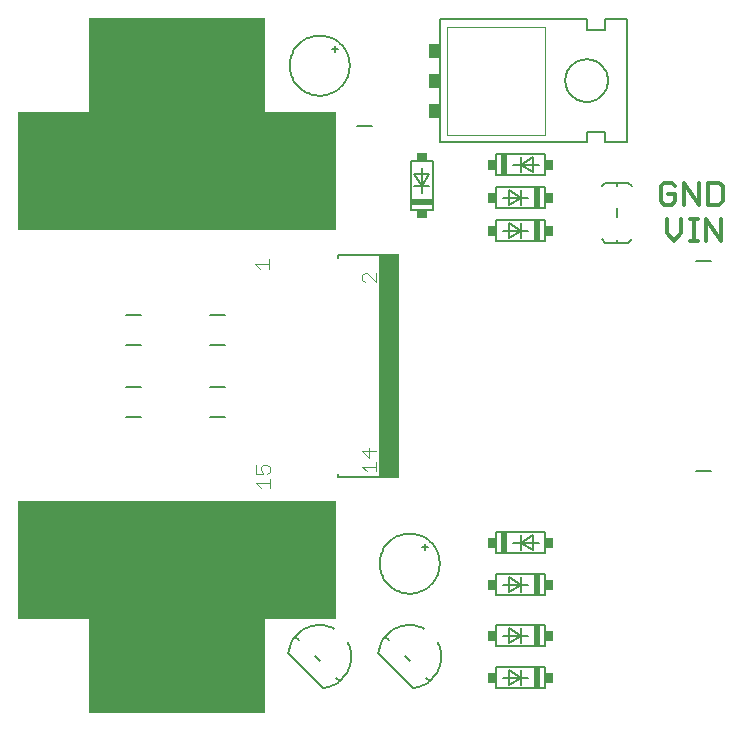
<source format=gto>
G75*
G70*
%OFA0B0*%
%FSLAX24Y24*%
%IPPOS*%
%LPD*%
%AMOC8*
5,1,8,0,0,1.08239X$1,22.5*
%
%ADD10C,0.0130*%
%ADD11R,0.5906X0.7087*%
%ADD12R,1.0630X0.3937*%
%ADD13C,0.0050*%
%ADD14C,0.0060*%
%ADD15C,0.0020*%
%ADD16R,0.0350X0.0500*%
%ADD17C,0.0080*%
%ADD18C,0.0040*%
%ADD19R,0.0659X0.7461*%
%ADD20R,0.0200X0.0736*%
%ADD21R,0.0250X0.0335*%
%ADD22R,0.0736X0.0200*%
%ADD23R,0.0335X0.0250*%
D10*
X027698Y021309D02*
X027942Y021065D01*
X028185Y021309D01*
X028185Y021796D01*
X028490Y021796D02*
X028734Y021796D01*
X028612Y021796D02*
X028612Y021065D01*
X028490Y021065D02*
X028734Y021065D01*
X029018Y021065D02*
X029018Y021796D01*
X029505Y021065D01*
X029505Y021796D01*
X029447Y022265D02*
X029082Y022265D01*
X029082Y022996D01*
X029447Y022996D01*
X029569Y022874D01*
X029569Y022387D01*
X029447Y022265D01*
X028777Y022265D02*
X028777Y022996D01*
X028290Y022996D02*
X028777Y022265D01*
X028290Y022265D02*
X028290Y022996D01*
X027985Y022874D02*
X027864Y022996D01*
X027620Y022996D01*
X027498Y022874D01*
X027498Y022387D01*
X027620Y022265D01*
X027864Y022265D01*
X027985Y022387D01*
X027985Y022630D01*
X027742Y022630D01*
X027698Y021796D02*
X027698Y021309D01*
D11*
X011381Y008843D03*
X011386Y024957D03*
D12*
X011386Y023382D03*
X011381Y010418D03*
D13*
X015324Y007868D02*
X015435Y007757D01*
X015091Y007323D02*
X016257Y006157D01*
X016690Y006502D02*
X016802Y006390D01*
X016142Y007050D02*
X015983Y007209D01*
X015090Y007324D02*
X015099Y007383D01*
X015111Y007442D01*
X015127Y007500D01*
X015145Y007557D01*
X015168Y007613D01*
X015193Y007667D01*
X015221Y007720D01*
X015252Y007772D01*
X015286Y007821D01*
X015323Y007868D01*
X015364Y007915D01*
X015408Y007960D01*
X015455Y008001D01*
X015503Y008040D01*
X015554Y008076D01*
X015607Y008109D01*
X015662Y008139D01*
X015719Y008165D01*
X015777Y008188D01*
X015836Y008207D01*
X015897Y008223D01*
X015958Y008235D01*
X016020Y008244D01*
X016082Y008249D01*
X016144Y008250D01*
X016207Y008247D01*
X016269Y008241D01*
X016330Y008231D01*
X016391Y008218D01*
X016451Y008201D01*
X016510Y008180D01*
X016568Y008156D01*
X016624Y008128D01*
X017061Y007691D02*
X017089Y007633D01*
X017114Y007575D01*
X017135Y007515D01*
X017152Y007453D01*
X017165Y007391D01*
X017175Y007328D01*
X017181Y007265D01*
X017183Y007201D01*
X017181Y007138D01*
X017175Y007074D01*
X017166Y007012D01*
X017153Y006949D01*
X017136Y006888D01*
X017115Y006828D01*
X017091Y006769D01*
X017063Y006712D01*
X017031Y006657D01*
X016997Y006603D01*
X016959Y006552D01*
X016918Y006503D01*
X016875Y006457D01*
X016828Y006413D01*
X016779Y006373D01*
X016728Y006335D01*
X016675Y006301D01*
X016619Y006269D01*
X016562Y006242D01*
X016503Y006217D01*
X016443Y006197D01*
X016382Y006180D01*
X016319Y006167D01*
X016256Y006157D01*
X018091Y007323D02*
X019257Y006157D01*
X019690Y006502D02*
X019802Y006390D01*
X019142Y007050D02*
X018983Y007209D01*
X018090Y007324D02*
X018099Y007383D01*
X018111Y007442D01*
X018127Y007500D01*
X018145Y007557D01*
X018168Y007613D01*
X018193Y007667D01*
X018221Y007720D01*
X018252Y007772D01*
X018286Y007821D01*
X018323Y007868D01*
X018324Y007868D02*
X018435Y007757D01*
X018323Y007868D02*
X018364Y007915D01*
X018408Y007960D01*
X018455Y008001D01*
X018503Y008040D01*
X018554Y008076D01*
X018607Y008109D01*
X018662Y008139D01*
X018719Y008165D01*
X018777Y008188D01*
X018836Y008207D01*
X018897Y008223D01*
X018958Y008235D01*
X019020Y008244D01*
X019082Y008249D01*
X019144Y008250D01*
X019207Y008247D01*
X019269Y008241D01*
X019330Y008231D01*
X019391Y008218D01*
X019451Y008201D01*
X019510Y008180D01*
X019568Y008156D01*
X019624Y008128D01*
X020061Y007691D02*
X020089Y007633D01*
X020114Y007575D01*
X020135Y007515D01*
X020152Y007453D01*
X020165Y007391D01*
X020175Y007328D01*
X020181Y007265D01*
X020183Y007201D01*
X020181Y007138D01*
X020175Y007074D01*
X020166Y007012D01*
X020153Y006949D01*
X020136Y006888D01*
X020115Y006828D01*
X020091Y006769D01*
X020063Y006712D01*
X020031Y006657D01*
X019997Y006603D01*
X019959Y006552D01*
X019918Y006503D01*
X019875Y006457D01*
X019828Y006413D01*
X019779Y006373D01*
X019728Y006335D01*
X019675Y006301D01*
X019619Y006269D01*
X019562Y006242D01*
X019503Y006217D01*
X019443Y006197D01*
X019382Y006180D01*
X019319Y006167D01*
X019256Y006157D01*
D14*
X022014Y006138D02*
X023653Y006138D01*
X023653Y006862D01*
X022014Y006862D01*
X022014Y006138D01*
X022233Y006500D02*
X022833Y006500D01*
X022833Y006750D01*
X022833Y006500D02*
X022833Y006250D01*
X022833Y006500D02*
X022433Y006250D01*
X022433Y006750D01*
X022833Y006500D01*
X023083Y006500D01*
X023653Y007538D02*
X022014Y007538D01*
X022014Y008262D01*
X023653Y008262D01*
X023653Y007538D01*
X023083Y007900D02*
X022833Y007900D01*
X022833Y008150D01*
X022833Y007900D02*
X022233Y007900D01*
X022433Y007650D02*
X022833Y007900D01*
X022833Y007650D01*
X022833Y007900D02*
X022433Y008150D01*
X022433Y007650D01*
X022014Y009238D02*
X023653Y009238D01*
X023653Y009962D01*
X022014Y009962D01*
X022014Y009238D01*
X022433Y009350D02*
X022833Y009600D01*
X022833Y009850D01*
X022833Y009600D02*
X022833Y009350D01*
X022833Y009600D02*
X022233Y009600D01*
X022433Y009850D02*
X022833Y009600D01*
X023083Y009600D01*
X022433Y009350D02*
X022433Y009850D01*
X022014Y010638D02*
X022014Y011362D01*
X023653Y011362D01*
X023653Y010638D01*
X022014Y010638D01*
X022583Y011000D02*
X022833Y011000D01*
X022833Y010750D01*
X022833Y011000D02*
X022833Y011250D01*
X022833Y011000D02*
X023233Y011250D01*
X023233Y010750D01*
X022833Y011000D01*
X023433Y011000D01*
X019733Y010850D02*
X019633Y010850D01*
X019633Y010750D01*
X019633Y010850D02*
X019533Y010850D01*
X019633Y010850D02*
X019633Y010950D01*
X018133Y010300D02*
X018135Y010363D01*
X018141Y010425D01*
X018151Y010487D01*
X018164Y010549D01*
X018182Y010609D01*
X018203Y010668D01*
X018228Y010726D01*
X018257Y010782D01*
X018289Y010836D01*
X018324Y010888D01*
X018362Y010937D01*
X018404Y010985D01*
X018448Y011029D01*
X018496Y011071D01*
X018545Y011109D01*
X018597Y011144D01*
X018651Y011176D01*
X018707Y011205D01*
X018765Y011230D01*
X018824Y011251D01*
X018884Y011269D01*
X018946Y011282D01*
X019008Y011292D01*
X019070Y011298D01*
X019133Y011300D01*
X019196Y011298D01*
X019258Y011292D01*
X019320Y011282D01*
X019382Y011269D01*
X019442Y011251D01*
X019501Y011230D01*
X019559Y011205D01*
X019615Y011176D01*
X019669Y011144D01*
X019721Y011109D01*
X019770Y011071D01*
X019818Y011029D01*
X019862Y010985D01*
X019904Y010937D01*
X019942Y010888D01*
X019977Y010836D01*
X020009Y010782D01*
X020038Y010726D01*
X020063Y010668D01*
X020084Y010609D01*
X020102Y010549D01*
X020115Y010487D01*
X020125Y010425D01*
X020131Y010363D01*
X020133Y010300D01*
X020131Y010237D01*
X020125Y010175D01*
X020115Y010113D01*
X020102Y010051D01*
X020084Y009991D01*
X020063Y009932D01*
X020038Y009874D01*
X020009Y009818D01*
X019977Y009764D01*
X019942Y009712D01*
X019904Y009663D01*
X019862Y009615D01*
X019818Y009571D01*
X019770Y009529D01*
X019721Y009491D01*
X019669Y009456D01*
X019615Y009424D01*
X019559Y009395D01*
X019501Y009370D01*
X019442Y009349D01*
X019382Y009331D01*
X019320Y009318D01*
X019258Y009308D01*
X019196Y009302D01*
X019133Y009300D01*
X019070Y009302D01*
X019008Y009308D01*
X018946Y009318D01*
X018884Y009331D01*
X018824Y009349D01*
X018765Y009370D01*
X018707Y009395D01*
X018651Y009424D01*
X018597Y009456D01*
X018545Y009491D01*
X018496Y009529D01*
X018448Y009571D01*
X018404Y009615D01*
X018362Y009663D01*
X018324Y009712D01*
X018289Y009764D01*
X018257Y009818D01*
X018228Y009874D01*
X018203Y009932D01*
X018182Y009991D01*
X018164Y010051D01*
X018151Y010113D01*
X018141Y010175D01*
X018135Y010237D01*
X018133Y010300D01*
X018133Y013200D02*
X016733Y013200D01*
X016733Y013300D01*
X016733Y020500D02*
X016733Y020600D01*
X018133Y020600D01*
X019171Y022080D02*
X019896Y022080D01*
X019896Y023720D01*
X019171Y023720D01*
X019171Y022080D01*
X019533Y022650D02*
X019533Y022900D01*
X019783Y022900D01*
X019533Y022900D02*
X019283Y022900D01*
X019533Y022900D02*
X019283Y023300D01*
X019783Y023300D01*
X019533Y022900D01*
X019533Y023500D01*
X020133Y024350D02*
X025033Y024350D01*
X025033Y024700D01*
X025633Y024700D01*
X025633Y024350D01*
X026383Y024350D01*
X026383Y028450D01*
X025633Y028450D01*
X025633Y028100D01*
X025033Y028100D01*
X025033Y028450D01*
X020133Y028450D01*
X020133Y024350D01*
X022014Y023962D02*
X022014Y023238D01*
X023653Y023238D01*
X023653Y023962D01*
X022014Y023962D01*
X022583Y023600D02*
X022833Y023600D01*
X022833Y023350D01*
X022833Y023600D02*
X022833Y023850D01*
X022833Y023600D02*
X023233Y023850D01*
X023233Y023350D01*
X022833Y023600D01*
X023433Y023600D01*
X023653Y022862D02*
X023653Y022138D01*
X022014Y022138D01*
X022014Y022862D01*
X023653Y022862D01*
X023083Y022500D02*
X022833Y022500D01*
X022833Y022750D01*
X022833Y022500D02*
X022233Y022500D01*
X022433Y022250D02*
X022833Y022500D01*
X022833Y022250D01*
X022833Y022500D02*
X022433Y022750D01*
X022433Y022250D01*
X022014Y021762D02*
X022014Y021038D01*
X023653Y021038D01*
X023653Y021762D01*
X022014Y021762D01*
X022433Y021650D02*
X022833Y021400D01*
X022833Y021650D01*
X022833Y021400D02*
X022233Y021400D01*
X022433Y021150D02*
X022833Y021400D01*
X022833Y021150D01*
X022833Y021400D02*
X023083Y021400D01*
X022433Y021150D02*
X022433Y021650D01*
X024323Y026400D02*
X024325Y026453D01*
X024331Y026506D01*
X024341Y026558D01*
X024355Y026609D01*
X024372Y026659D01*
X024393Y026708D01*
X024418Y026755D01*
X024446Y026800D01*
X024478Y026843D01*
X024513Y026883D01*
X024550Y026920D01*
X024590Y026955D01*
X024633Y026987D01*
X024678Y027015D01*
X024725Y027040D01*
X024774Y027061D01*
X024824Y027078D01*
X024875Y027092D01*
X024927Y027102D01*
X024980Y027108D01*
X025033Y027110D01*
X025086Y027108D01*
X025139Y027102D01*
X025191Y027092D01*
X025242Y027078D01*
X025292Y027061D01*
X025341Y027040D01*
X025388Y027015D01*
X025433Y026987D01*
X025476Y026955D01*
X025516Y026920D01*
X025553Y026883D01*
X025588Y026843D01*
X025620Y026800D01*
X025648Y026755D01*
X025673Y026708D01*
X025694Y026659D01*
X025711Y026609D01*
X025725Y026558D01*
X025735Y026506D01*
X025741Y026453D01*
X025743Y026400D01*
X025741Y026347D01*
X025735Y026294D01*
X025725Y026242D01*
X025711Y026191D01*
X025694Y026141D01*
X025673Y026092D01*
X025648Y026045D01*
X025620Y026000D01*
X025588Y025957D01*
X025553Y025917D01*
X025516Y025880D01*
X025476Y025845D01*
X025433Y025813D01*
X025388Y025785D01*
X025341Y025760D01*
X025292Y025739D01*
X025242Y025722D01*
X025191Y025708D01*
X025139Y025698D01*
X025086Y025692D01*
X025033Y025690D01*
X024980Y025692D01*
X024927Y025698D01*
X024875Y025708D01*
X024824Y025722D01*
X024774Y025739D01*
X024725Y025760D01*
X024678Y025785D01*
X024633Y025813D01*
X024590Y025845D01*
X024550Y025880D01*
X024513Y025917D01*
X024478Y025957D01*
X024446Y026000D01*
X024418Y026045D01*
X024393Y026092D01*
X024372Y026141D01*
X024355Y026191D01*
X024341Y026242D01*
X024331Y026294D01*
X024325Y026347D01*
X024323Y026400D01*
X016733Y027450D02*
X016633Y027450D01*
X016633Y027350D01*
X016633Y027450D02*
X016533Y027450D01*
X016633Y027450D02*
X016633Y027550D01*
X015133Y026900D02*
X015135Y026963D01*
X015141Y027025D01*
X015151Y027087D01*
X015164Y027149D01*
X015182Y027209D01*
X015203Y027268D01*
X015228Y027326D01*
X015257Y027382D01*
X015289Y027436D01*
X015324Y027488D01*
X015362Y027537D01*
X015404Y027585D01*
X015448Y027629D01*
X015496Y027671D01*
X015545Y027709D01*
X015597Y027744D01*
X015651Y027776D01*
X015707Y027805D01*
X015765Y027830D01*
X015824Y027851D01*
X015884Y027869D01*
X015946Y027882D01*
X016008Y027892D01*
X016070Y027898D01*
X016133Y027900D01*
X016196Y027898D01*
X016258Y027892D01*
X016320Y027882D01*
X016382Y027869D01*
X016442Y027851D01*
X016501Y027830D01*
X016559Y027805D01*
X016615Y027776D01*
X016669Y027744D01*
X016721Y027709D01*
X016770Y027671D01*
X016818Y027629D01*
X016862Y027585D01*
X016904Y027537D01*
X016942Y027488D01*
X016977Y027436D01*
X017009Y027382D01*
X017038Y027326D01*
X017063Y027268D01*
X017084Y027209D01*
X017102Y027149D01*
X017115Y027087D01*
X017125Y027025D01*
X017131Y026963D01*
X017133Y026900D01*
X017131Y026837D01*
X017125Y026775D01*
X017115Y026713D01*
X017102Y026651D01*
X017084Y026591D01*
X017063Y026532D01*
X017038Y026474D01*
X017009Y026418D01*
X016977Y026364D01*
X016942Y026312D01*
X016904Y026263D01*
X016862Y026215D01*
X016818Y026171D01*
X016770Y026129D01*
X016721Y026091D01*
X016669Y026056D01*
X016615Y026024D01*
X016559Y025995D01*
X016501Y025970D01*
X016442Y025949D01*
X016382Y025931D01*
X016320Y025918D01*
X016258Y025908D01*
X016196Y025902D01*
X016133Y025900D01*
X016070Y025902D01*
X016008Y025908D01*
X015946Y025918D01*
X015884Y025931D01*
X015824Y025949D01*
X015765Y025970D01*
X015707Y025995D01*
X015651Y026024D01*
X015597Y026056D01*
X015545Y026091D01*
X015496Y026129D01*
X015448Y026171D01*
X015404Y026215D01*
X015362Y026263D01*
X015324Y026312D01*
X015289Y026364D01*
X015257Y026418D01*
X015228Y026474D01*
X015203Y026532D01*
X015182Y026591D01*
X015164Y026651D01*
X015151Y026713D01*
X015141Y026775D01*
X015135Y026837D01*
X015133Y026900D01*
D15*
X020383Y028200D02*
X020383Y024600D01*
X023633Y024600D01*
X023633Y028200D01*
X020383Y028200D01*
D16*
X019958Y027400D03*
X019958Y026400D03*
X019958Y025400D03*
D17*
X017883Y024900D02*
X017383Y024900D01*
X012983Y018600D02*
X012483Y018600D01*
X012483Y017600D02*
X012983Y017600D01*
X012983Y016200D02*
X012483Y016200D01*
X012483Y015200D02*
X012983Y015200D01*
X010183Y015200D02*
X009683Y015200D01*
X009683Y016200D02*
X010183Y016200D01*
X010183Y017600D02*
X009683Y017600D01*
X009683Y018600D02*
X010183Y018600D01*
X025533Y021110D02*
X025643Y021000D01*
X026033Y021000D01*
X026423Y021000D01*
X026533Y021110D01*
X026033Y021100D02*
X026033Y021000D01*
X026033Y021850D02*
X026033Y022150D01*
X026033Y022900D02*
X026033Y023000D01*
X025643Y023000D01*
X025533Y022890D01*
X026033Y023000D02*
X026423Y023000D01*
X026533Y022890D01*
X028683Y020400D02*
X029183Y020400D01*
X029183Y013400D02*
X028683Y013400D01*
D18*
X018013Y013374D02*
X018013Y013681D01*
X018013Y013527D02*
X017553Y013527D01*
X017706Y013374D01*
X017783Y013834D02*
X017783Y014141D01*
X017553Y014064D02*
X017783Y013834D01*
X018013Y014064D02*
X017553Y014064D01*
X014466Y013518D02*
X014466Y013364D01*
X014390Y013287D01*
X014236Y013287D02*
X014160Y013441D01*
X014160Y013518D01*
X014236Y013594D01*
X014390Y013594D01*
X014466Y013518D01*
X014236Y013287D02*
X014006Y013287D01*
X014006Y013594D01*
X014466Y013134D02*
X014466Y012827D01*
X014466Y012980D02*
X014006Y012980D01*
X014160Y012827D01*
X017630Y019679D02*
X017553Y019755D01*
X017553Y019909D01*
X017630Y019986D01*
X017706Y019986D01*
X018013Y019679D01*
X018013Y019986D01*
X014443Y020132D02*
X014443Y020439D01*
X014443Y020285D02*
X013983Y020285D01*
X014136Y020132D01*
D19*
X018432Y016900D03*
D20*
X023383Y021406D03*
X023383Y022506D03*
X022283Y023594D03*
X022283Y010994D03*
X023383Y009606D03*
X023383Y007906D03*
X023383Y006506D03*
D21*
X023778Y006500D03*
X023778Y007900D03*
X021889Y007900D03*
X021889Y006500D03*
X021889Y009600D03*
X021889Y011000D03*
X023778Y011000D03*
X023778Y009600D03*
X023778Y021400D03*
X023778Y022500D03*
X023778Y023600D03*
X021889Y023600D03*
X021889Y022500D03*
X021889Y021400D03*
D22*
X019539Y022350D03*
D23*
X019533Y021955D03*
X019533Y023845D03*
M02*

</source>
